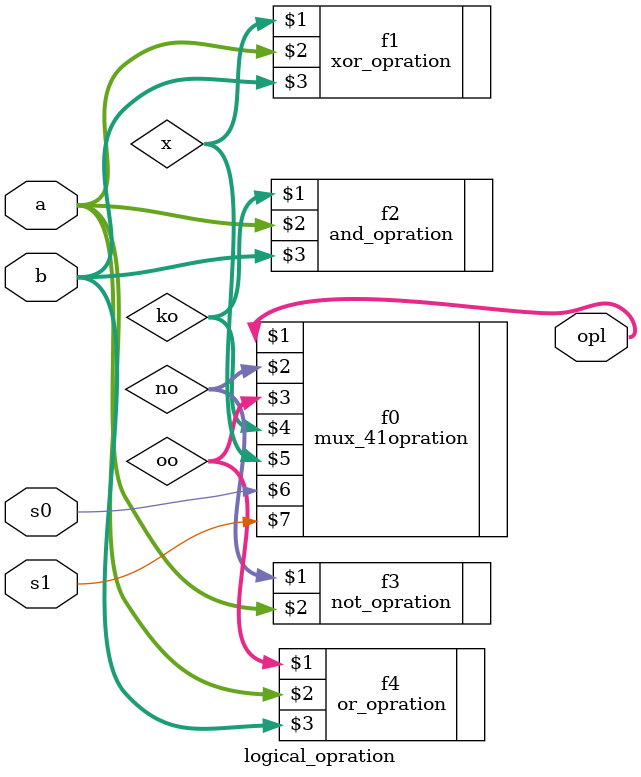
<source format=v>
`timescale 1ns / 1ps
module logical_opration(s0,s1,a,b,opl);
input [3:0]a;
input [3:0]b;
input s0;
input s1;
output [3:0]opl;
wire [3:0]x;
wire [3:0]ko;
wire [3:0]oo;
wire [3:0]no;
mux_41opration f0(opl,no,oo,ko,x,s0,s1);
xor_opration f1(x,a,b);
and_opration f2(ko,a,b);
not_opration f3(no,a);
or_opration f4(oo,a,b);
endmodule

</source>
